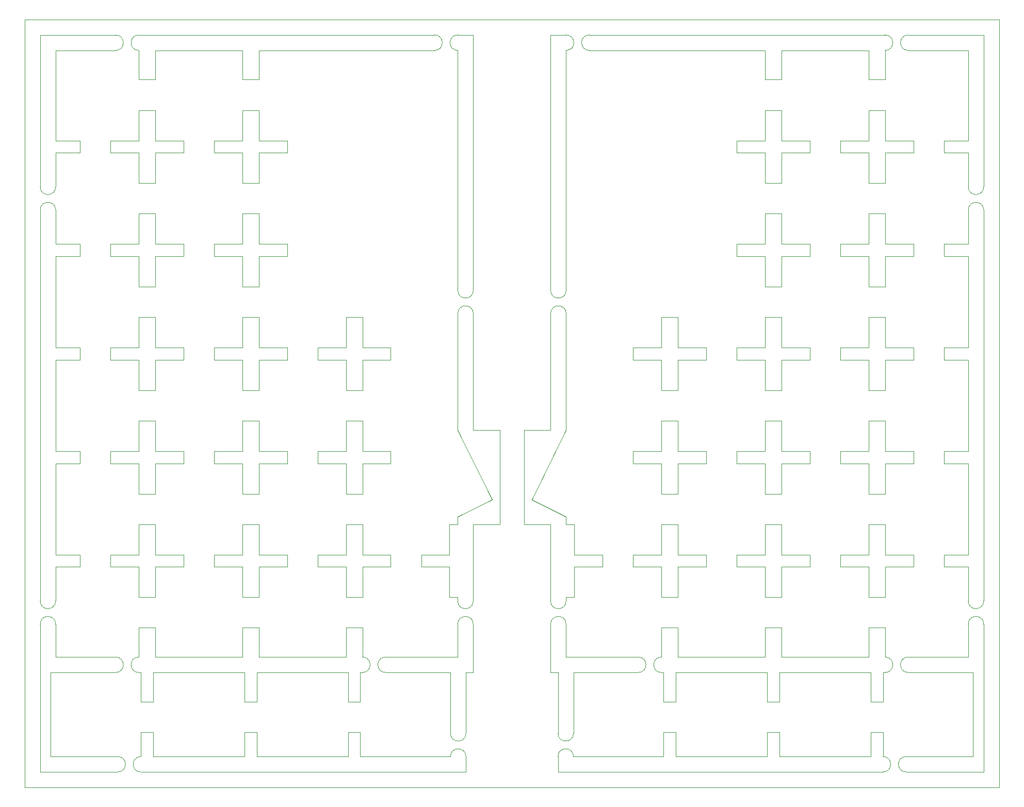
<source format=gbr>
%TF.GenerationSoftware,KiCad,Pcbnew,7.0.11+dfsg-1build4*%
%TF.CreationDate,2024-10-06T17:58:57+09:00*%
%TF.ProjectId,NotEnoughCompromises,4e6f7445-6e6f-4756-9768-436f6d70726f,rev?*%
%TF.SameCoordinates,Original*%
%TF.FileFunction,Profile,NP*%
%FSLAX46Y46*%
G04 Gerber Fmt 4.6, Leading zero omitted, Abs format (unit mm)*
G04 Created by KiCad (PCBNEW 7.0.11+dfsg-1build4) date 2024-10-06 17:58:57*
%MOMM*%
%LPD*%
G01*
G04 APERTURE LIST*
%TA.AperFunction,Profile*%
%ADD10C,0.100000*%
%TD*%
G04 APERTURE END LIST*
D10*
X227290000Y-28950000D02*
X67350000Y-28950000D01*
X72430000Y-128235000D02*
G75*
G03*
X69890000Y-128235000I-1270000J0D01*
G01*
X93430000Y-84830000D02*
X93430000Y-82830000D01*
X72430000Y-60235000D02*
X72430000Y-65830000D01*
X171860000Y-84830000D02*
X171860000Y-89830000D01*
X93430000Y-82830000D02*
X88780000Y-82830000D01*
X191560000Y-72830000D02*
X191560000Y-67830000D01*
X188860000Y-106830000D02*
X191560000Y-106830000D01*
X86080000Y-111830000D02*
X86080000Y-116830000D01*
X105780000Y-111830000D02*
X103080000Y-111830000D01*
X174560000Y-116830000D02*
X174560000Y-111830000D01*
X208560000Y-60830000D02*
X205860000Y-60830000D01*
X205860000Y-94830000D02*
X205860000Y-99830000D01*
X81430000Y-84830000D02*
X86080000Y-84830000D01*
X103080000Y-123830000D02*
X105780000Y-123830000D01*
X98430000Y-48830000D02*
X98430000Y-50830000D01*
X174560000Y-84830000D02*
X179210000Y-84830000D01*
X218210000Y-48830000D02*
X222210000Y-48830000D01*
X82620000Y-149970000D02*
X71630000Y-149970000D01*
X103080000Y-60830000D02*
X103080000Y-65830000D01*
X122780000Y-84830000D02*
X127430000Y-84830000D01*
X110430000Y-67830000D02*
X110430000Y-65830000D01*
X122430000Y-140970000D02*
X122430000Y-136170000D01*
X208560000Y-84830000D02*
X213210000Y-84830000D01*
X86080000Y-72830000D02*
X88780000Y-72830000D01*
X115430000Y-82830000D02*
X115430000Y-84830000D01*
X174560000Y-101830000D02*
X179210000Y-101830000D01*
X149291000Y-96377000D02*
X153670000Y-96377000D01*
X171860000Y-111830000D02*
X171860000Y-116830000D01*
X212370000Y-31490000D02*
G75*
G03*
X212370000Y-34030000I0J-1270000D01*
G01*
X179210000Y-84830000D02*
X179210000Y-82830000D01*
X208560000Y-94830000D02*
X205860000Y-94830000D01*
X154870000Y-149970000D02*
X154870000Y-152510000D01*
X86080000Y-38830000D02*
X88780000Y-38830000D01*
X126590000Y-136170000D02*
X137230000Y-136170000D01*
X223010000Y-149970000D02*
X212020000Y-149970000D01*
X86080000Y-101830000D02*
X86080000Y-106830000D01*
X223010000Y-136170000D02*
X223010000Y-149970000D01*
X222210000Y-56425000D02*
X222210000Y-50830000D01*
X205860000Y-34030000D02*
X191560000Y-34030000D01*
X196210000Y-48830000D02*
X191560000Y-48830000D01*
X76430000Y-84830000D02*
X72430000Y-84830000D01*
X86430000Y-152510000D02*
X139770000Y-152510000D01*
X69890000Y-124425000D02*
G75*
G03*
X72430000Y-124425000I1270000J0D01*
G01*
X81430000Y-50830000D02*
X86080000Y-50830000D01*
X72430000Y-124425000D02*
X72430000Y-118830000D01*
X153670000Y-124425000D02*
X153670000Y-111830000D01*
X86080000Y-89830000D02*
X88780000Y-89830000D01*
X174560000Y-99830000D02*
X174560000Y-94830000D01*
X72430000Y-82830000D02*
X76430000Y-82830000D01*
X105430000Y-149970000D02*
X105430000Y-145970000D01*
X188860000Y-118830000D02*
X188860000Y-123830000D01*
X205860000Y-67830000D02*
X205860000Y-72830000D01*
X222210000Y-67830000D02*
X218210000Y-67830000D01*
X86080000Y-118830000D02*
X86080000Y-123830000D01*
X171860000Y-101830000D02*
X171860000Y-106830000D01*
X191560000Y-99830000D02*
X191560000Y-94830000D01*
X76430000Y-65830000D02*
X76430000Y-67830000D01*
X86430000Y-149970000D02*
G75*
G03*
X86430000Y-152510000I0J-1270000D01*
G01*
X208560000Y-34030000D02*
X208560000Y-38830000D01*
X120080000Y-77830000D02*
X120080000Y-82830000D01*
X157410000Y-146160000D02*
X157410000Y-136170000D01*
X137230000Y-149970000D02*
X122430000Y-149970000D01*
X105780000Y-67830000D02*
X110430000Y-67830000D01*
X81430000Y-118830000D02*
X86080000Y-118830000D01*
X205860000Y-123830000D02*
X208560000Y-123830000D01*
X103080000Y-67830000D02*
X103080000Y-72830000D01*
X138430000Y-133630000D02*
X126590000Y-133630000D01*
X88780000Y-116830000D02*
X88780000Y-111830000D01*
X184210000Y-50830000D02*
X188860000Y-50830000D01*
X208560000Y-55830000D02*
X208560000Y-50830000D01*
X105780000Y-60830000D02*
X103080000Y-60830000D01*
X167210000Y-84830000D02*
X171860000Y-84830000D01*
X93430000Y-99830000D02*
X88780000Y-99830000D01*
X201210000Y-101830000D02*
X205860000Y-101830000D01*
X110430000Y-84830000D02*
X110430000Y-82830000D01*
X71630000Y-136170000D02*
X82270000Y-136170000D01*
X208210000Y-152510000D02*
G75*
G03*
X208210000Y-149970000I0J1270000D01*
G01*
X105780000Y-77830000D02*
X103080000Y-77830000D01*
X140970000Y-31490000D02*
X140970000Y-73425000D01*
X206210000Y-140970000D02*
X208210000Y-140970000D01*
X149291000Y-111830000D02*
X149291000Y-96377000D01*
X127430000Y-116830000D02*
X122780000Y-116830000D01*
X103080000Y-55830000D02*
X105780000Y-55830000D01*
X110430000Y-101830000D02*
X110430000Y-99830000D01*
X206210000Y-136170000D02*
X206210000Y-140970000D01*
X82620000Y-152510000D02*
G75*
G03*
X82620000Y-149970000I0J1270000D01*
G01*
X184210000Y-118830000D02*
X188860000Y-118830000D01*
X138430000Y-110610000D02*
X144079000Y-107821000D01*
X153670000Y-124425000D02*
G75*
G03*
X156210000Y-124425000I1270000J0D01*
G01*
X205860000Y-55830000D02*
X208560000Y-55830000D01*
X218210000Y-84830000D02*
X218210000Y-82830000D01*
X88780000Y-50830000D02*
X93430000Y-50830000D01*
X105780000Y-82830000D02*
X105780000Y-77830000D01*
X98430000Y-116830000D02*
X98430000Y-118830000D01*
X86080000Y-43830000D02*
X86080000Y-48830000D01*
X82270000Y-34030000D02*
G75*
G03*
X82270000Y-31490000I0J1270000D01*
G01*
X174210000Y-145970000D02*
X172210000Y-145970000D01*
X174560000Y-106830000D02*
X174560000Y-101830000D01*
X105780000Y-55830000D02*
X105780000Y-50830000D01*
X208560000Y-72830000D02*
X208560000Y-67830000D01*
X76430000Y-99830000D02*
X76430000Y-101830000D01*
X88430000Y-145970000D02*
X86430000Y-145970000D01*
X208560000Y-38830000D02*
X205860000Y-38830000D01*
X86080000Y-67830000D02*
X86080000Y-72830000D01*
X205860000Y-38830000D02*
X205860000Y-34030000D01*
X191560000Y-133630000D02*
X205860000Y-133630000D01*
X105780000Y-106830000D02*
X105780000Y-101830000D01*
X122780000Y-118830000D02*
X127430000Y-118830000D01*
X213210000Y-99830000D02*
X208560000Y-99830000D01*
X145349000Y-111830000D02*
X145349000Y-96377000D01*
X103080000Y-38830000D02*
X105780000Y-38830000D01*
X67350000Y-155050000D02*
X227290000Y-155050000D01*
X86080000Y-128830000D02*
X88780000Y-128830000D01*
X205860000Y-106830000D02*
X208560000Y-106830000D01*
X188860000Y-94830000D02*
X188860000Y-99830000D01*
X86080000Y-82830000D02*
X81430000Y-82830000D01*
X103080000Y-128830000D02*
X105780000Y-128830000D01*
X191560000Y-50830000D02*
X196210000Y-50830000D01*
X86430000Y-140970000D02*
X88430000Y-140970000D01*
X191560000Y-82830000D02*
X191560000Y-77830000D01*
X157410000Y-136170000D02*
X168050000Y-136170000D01*
X218210000Y-118830000D02*
X218210000Y-116830000D01*
X88780000Y-72830000D02*
X88780000Y-67830000D01*
X88780000Y-43830000D02*
X86080000Y-43830000D01*
X167210000Y-82830000D02*
X167210000Y-84830000D01*
X208560000Y-89830000D02*
X208560000Y-84830000D01*
X115430000Y-118830000D02*
X120080000Y-118830000D01*
X110430000Y-99830000D02*
X105780000Y-99830000D01*
X205860000Y-50830000D02*
X205860000Y-55830000D01*
X188860000Y-50830000D02*
X188860000Y-55830000D01*
X88780000Y-67830000D02*
X93430000Y-67830000D01*
X103080000Y-50830000D02*
X103080000Y-55830000D01*
X205860000Y-101830000D02*
X205860000Y-106830000D01*
X174210000Y-140970000D02*
X174210000Y-136170000D01*
X188860000Y-38830000D02*
X188860000Y-34030000D01*
X76430000Y-48830000D02*
X76430000Y-50830000D01*
X115430000Y-101830000D02*
X120080000Y-101830000D01*
X201210000Y-99830000D02*
X201210000Y-101830000D01*
X86430000Y-136170000D02*
X86430000Y-140970000D01*
X212370000Y-133630000D02*
G75*
G03*
X212370000Y-136170000I0J-1270000D01*
G01*
X191560000Y-43830000D02*
X188860000Y-43830000D01*
X72430000Y-56425000D02*
X72430000Y-50830000D01*
X189210000Y-149970000D02*
X174210000Y-149970000D01*
X191560000Y-84830000D02*
X196210000Y-84830000D01*
X88780000Y-123830000D02*
X88780000Y-118830000D01*
X201210000Y-48830000D02*
X201210000Y-50830000D01*
X81430000Y-99830000D02*
X81430000Y-101830000D01*
X208560000Y-136170000D02*
X208210000Y-136170000D01*
X188860000Y-123830000D02*
X191560000Y-123830000D01*
X122780000Y-94830000D02*
X120080000Y-94830000D01*
X122780000Y-89830000D02*
X122780000Y-84830000D01*
X157560000Y-123830000D02*
X156210000Y-123830000D01*
X154870000Y-152510000D02*
X208210000Y-152510000D01*
X82270000Y-133630000D02*
X72430000Y-133630000D01*
X201210000Y-67830000D02*
X205860000Y-67830000D01*
X110430000Y-82830000D02*
X105780000Y-82830000D01*
X88780000Y-99830000D02*
X88780000Y-94830000D01*
X110430000Y-118830000D02*
X110430000Y-116830000D01*
X222210000Y-101830000D02*
X218210000Y-101830000D01*
X208560000Y-99830000D02*
X208560000Y-94830000D01*
X69890000Y-31490000D02*
X69890000Y-56425000D01*
X172210000Y-136170000D02*
X172210000Y-140970000D01*
X213210000Y-116830000D02*
X208560000Y-116830000D01*
X140970000Y-124425000D02*
X140970000Y-111830000D01*
X160020000Y-31490000D02*
G75*
G03*
X160020000Y-34030000I0J-1270000D01*
G01*
X138430000Y-124425000D02*
G75*
G03*
X140970000Y-124425000I1270000J0D01*
G01*
X120080000Y-118830000D02*
X120080000Y-123830000D01*
X184210000Y-101830000D02*
X188860000Y-101830000D01*
X139770000Y-149970000D02*
G75*
G03*
X137230000Y-149970000I-1270000J0D01*
G01*
X110430000Y-50830000D02*
X110430000Y-48830000D01*
X188860000Y-67830000D02*
X188860000Y-72830000D01*
X188860000Y-111830000D02*
X188860000Y-116830000D01*
X212370000Y-136170000D02*
X223010000Y-136170000D01*
X156210000Y-133630000D02*
X168050000Y-133630000D01*
X179210000Y-82830000D02*
X174560000Y-82830000D01*
X86080000Y-94830000D02*
X86080000Y-99830000D01*
X88780000Y-128830000D02*
X88780000Y-133630000D01*
X172210000Y-145970000D02*
X172210000Y-149970000D01*
X72430000Y-48830000D02*
X72430000Y-34030000D01*
X205860000Y-84830000D02*
X205860000Y-89830000D01*
X105780000Y-84830000D02*
X110430000Y-84830000D01*
X171860000Y-77830000D02*
X171860000Y-82830000D01*
X184210000Y-82830000D02*
X184210000Y-84830000D01*
X105430000Y-140970000D02*
X105430000Y-136170000D01*
X67350000Y-28950000D02*
X67350000Y-155050000D01*
X86080000Y-48830000D02*
X81430000Y-48830000D01*
X153670000Y-96377000D02*
X153670000Y-77235000D01*
X138430000Y-128235000D02*
X138430000Y-133630000D01*
X88780000Y-38830000D02*
X88780000Y-34030000D01*
X174210000Y-136170000D02*
X189210000Y-136170000D01*
X156210000Y-34030000D02*
X156210000Y-73425000D01*
X72430000Y-48830000D02*
X76430000Y-48830000D01*
X205860000Y-133630000D02*
X205860000Y-128830000D01*
X120080000Y-99830000D02*
X115430000Y-99830000D01*
X189210000Y-140970000D02*
X191210000Y-140970000D01*
X179210000Y-101830000D02*
X179210000Y-99830000D01*
X86080000Y-34030000D02*
X86080000Y-38830000D01*
X120430000Y-140970000D02*
X122430000Y-140970000D01*
X145349000Y-96377000D02*
X140970000Y-96377000D01*
X88780000Y-106830000D02*
X88780000Y-101830000D01*
X174560000Y-111830000D02*
X171860000Y-111830000D01*
X171860000Y-116830000D02*
X167210000Y-116830000D01*
X137080000Y-118830000D02*
X137080000Y-123830000D01*
X103080000Y-106830000D02*
X105780000Y-106830000D01*
X122430000Y-145970000D02*
X120430000Y-145970000D01*
X86080000Y-136170000D02*
X86430000Y-136170000D01*
X103080000Y-77830000D02*
X103080000Y-82830000D01*
X98430000Y-65830000D02*
X98430000Y-67830000D01*
X213210000Y-65830000D02*
X208560000Y-65830000D01*
X154870000Y-146160000D02*
G75*
G03*
X157410000Y-146160000I1270000J0D01*
G01*
X191210000Y-136170000D02*
X206210000Y-136170000D01*
X208560000Y-106830000D02*
X208560000Y-101830000D01*
X103080000Y-72830000D02*
X105780000Y-72830000D01*
X72430000Y-116830000D02*
X72430000Y-101830000D01*
X208560000Y-50830000D02*
X213210000Y-50830000D01*
X139770000Y-152510000D02*
X139770000Y-149970000D01*
X174560000Y-118830000D02*
X179210000Y-118830000D01*
X86080000Y-84830000D02*
X86080000Y-89830000D01*
X224750000Y-128235000D02*
X224750000Y-152510000D01*
X86080000Y-123830000D02*
X88780000Y-123830000D01*
X72430000Y-60235000D02*
G75*
G03*
X69890000Y-60235000I-1270000J0D01*
G01*
X168050000Y-136170000D02*
G75*
G03*
X168050000Y-133630000I0J1270000D01*
G01*
X184210000Y-48830000D02*
X184210000Y-50830000D01*
X191210000Y-140970000D02*
X191210000Y-136170000D01*
X188860000Y-99830000D02*
X184210000Y-99830000D01*
X179210000Y-99830000D02*
X174560000Y-99830000D01*
X88780000Y-101830000D02*
X93430000Y-101830000D01*
X171860000Y-106830000D02*
X174560000Y-106830000D01*
X88780000Y-65830000D02*
X88780000Y-60830000D01*
X171860000Y-89830000D02*
X174560000Y-89830000D01*
X72430000Y-34030000D02*
X82270000Y-34030000D01*
X191560000Y-101830000D02*
X196210000Y-101830000D01*
X222210000Y-116830000D02*
X222210000Y-101830000D01*
X115430000Y-99830000D02*
X115430000Y-101830000D01*
X196210000Y-65830000D02*
X191560000Y-65830000D01*
X86080000Y-133630000D02*
G75*
G03*
X86080000Y-136170000I0J-1270000D01*
G01*
X93430000Y-65830000D02*
X88780000Y-65830000D01*
X120080000Y-111830000D02*
X120080000Y-116830000D01*
X81430000Y-101830000D02*
X86080000Y-101830000D01*
X93430000Y-116830000D02*
X88780000Y-116830000D01*
X98430000Y-82830000D02*
X98430000Y-84830000D01*
X184210000Y-65830000D02*
X184210000Y-67830000D01*
X167210000Y-118830000D02*
X171860000Y-118830000D01*
X88780000Y-111830000D02*
X86080000Y-111830000D01*
X162210000Y-116830000D02*
X162210000Y-118830000D01*
X98430000Y-99830000D02*
X98430000Y-101830000D01*
X138430000Y-31490000D02*
G75*
G03*
X138430000Y-34030000I0J-1270000D01*
G01*
X205860000Y-48830000D02*
X201210000Y-48830000D01*
X171860000Y-118830000D02*
X171860000Y-123830000D01*
X213210000Y-48830000D02*
X208560000Y-48830000D01*
X224750000Y-60235000D02*
X224750000Y-124425000D01*
X191560000Y-89830000D02*
X191560000Y-84830000D01*
X208560000Y-67830000D02*
X213210000Y-67830000D01*
X188860000Y-82830000D02*
X184210000Y-82830000D01*
X213210000Y-84830000D02*
X213210000Y-82830000D01*
X103080000Y-89830000D02*
X105780000Y-89830000D01*
X88780000Y-94830000D02*
X86080000Y-94830000D01*
X86080000Y-60830000D02*
X86080000Y-65830000D01*
X134620000Y-34030000D02*
G75*
G03*
X134620000Y-31490000I0J1270000D01*
G01*
X86430000Y-145970000D02*
X86430000Y-149970000D01*
X188860000Y-77830000D02*
X188860000Y-82830000D01*
X140970000Y-111830000D02*
X145349000Y-111830000D01*
X138430000Y-110610000D02*
X138430000Y-111830000D01*
X160020000Y-31490000D02*
X208560000Y-31490000D01*
X179210000Y-118830000D02*
X179210000Y-116830000D01*
X208210000Y-145970000D02*
X206210000Y-145970000D01*
X188860000Y-89830000D02*
X191560000Y-89830000D01*
X227290000Y-155050000D02*
X227290000Y-28950000D01*
X105780000Y-48830000D02*
X105780000Y-43830000D01*
X184210000Y-84830000D02*
X188860000Y-84830000D01*
X205860000Y-99830000D02*
X201210000Y-99830000D01*
X88780000Y-118830000D02*
X93430000Y-118830000D01*
X201210000Y-50830000D02*
X205860000Y-50830000D01*
X184210000Y-99830000D02*
X184210000Y-101830000D01*
X201210000Y-118830000D02*
X205860000Y-118830000D01*
X201210000Y-116830000D02*
X201210000Y-118830000D01*
X93430000Y-118830000D02*
X93430000Y-116830000D01*
X103080000Y-82830000D02*
X98430000Y-82830000D01*
X201210000Y-82830000D02*
X201210000Y-84830000D01*
X153670000Y-73425000D02*
G75*
G03*
X156210000Y-73425000I1270000J0D01*
G01*
X140970000Y-96377000D02*
X140970000Y-77235000D01*
X222210000Y-128235000D02*
X222210000Y-133630000D01*
X120080000Y-82830000D02*
X115430000Y-82830000D01*
X103430000Y-145970000D02*
X103430000Y-149970000D01*
X72430000Y-82830000D02*
X72430000Y-67830000D01*
X137080000Y-111830000D02*
X137080000Y-116830000D01*
X208560000Y-43830000D02*
X205860000Y-43830000D01*
X157560000Y-111830000D02*
X157560000Y-116830000D01*
X69890000Y-56425000D02*
G75*
G03*
X72430000Y-56425000I1270000J0D01*
G01*
X122430000Y-149970000D02*
X122430000Y-145970000D01*
X93430000Y-50830000D02*
X93430000Y-48830000D01*
X213210000Y-101830000D02*
X213210000Y-99830000D01*
X110430000Y-116830000D02*
X105780000Y-116830000D01*
X138430000Y-73425000D02*
G75*
G03*
X140970000Y-73425000I1270000J0D01*
G01*
X103080000Y-48830000D02*
X98430000Y-48830000D01*
X208560000Y-65830000D02*
X208560000Y-60830000D01*
X208560000Y-82830000D02*
X208560000Y-77830000D01*
X191560000Y-60830000D02*
X188860000Y-60830000D01*
X174560000Y-94830000D02*
X171860000Y-94830000D01*
X206210000Y-149970000D02*
X191210000Y-149970000D01*
X137230000Y-146160000D02*
G75*
G03*
X139770000Y-146160000I1270000J0D01*
G01*
X205860000Y-82830000D02*
X201210000Y-82830000D01*
X222210000Y-82830000D02*
X222210000Y-67830000D01*
X88780000Y-82830000D02*
X88780000Y-77830000D01*
X103080000Y-34030000D02*
X103080000Y-38830000D01*
X86080000Y-31490000D02*
X134620000Y-31490000D01*
X105780000Y-94830000D02*
X103080000Y-94830000D01*
X138430000Y-111830000D02*
X137080000Y-111830000D01*
X103430000Y-140970000D02*
X105430000Y-140970000D01*
X120080000Y-84830000D02*
X120080000Y-89830000D01*
X205860000Y-116830000D02*
X201210000Y-116830000D01*
X208560000Y-77830000D02*
X205860000Y-77830000D01*
X222210000Y-56425000D02*
G75*
G03*
X224750000Y-56425000I1270000J0D01*
G01*
X105780000Y-38830000D02*
X105780000Y-34030000D01*
X189210000Y-136170000D02*
X189210000Y-140970000D01*
X201210000Y-65830000D02*
X201210000Y-67830000D01*
X205860000Y-128830000D02*
X208560000Y-128830000D01*
X191560000Y-34030000D02*
X191560000Y-38830000D01*
X86080000Y-116830000D02*
X81430000Y-116830000D01*
X218210000Y-67830000D02*
X218210000Y-65830000D01*
X191210000Y-145970000D02*
X189210000Y-145970000D01*
X138430000Y-34030000D02*
X138430000Y-73425000D01*
X88780000Y-84830000D02*
X93430000Y-84830000D01*
X86080000Y-99830000D02*
X81430000Y-99830000D01*
X191560000Y-123830000D02*
X191560000Y-118830000D01*
X208560000Y-34030000D02*
G75*
G03*
X208560000Y-31490000I0J1270000D01*
G01*
X218210000Y-116830000D02*
X222210000Y-116830000D01*
X189210000Y-145970000D02*
X189210000Y-149970000D01*
X122780000Y-77830000D02*
X120080000Y-77830000D01*
X206210000Y-145970000D02*
X206210000Y-149970000D01*
X188860000Y-34030000D02*
X160020000Y-34030000D01*
X137080000Y-116830000D02*
X132430000Y-116830000D01*
X156210000Y-128235000D02*
G75*
G03*
X153670000Y-128235000I-1270000J0D01*
G01*
X120080000Y-94830000D02*
X120080000Y-99830000D01*
X188860000Y-101830000D02*
X188860000Y-106830000D01*
X218210000Y-65830000D02*
X222210000Y-65830000D01*
X98430000Y-101830000D02*
X103080000Y-101830000D01*
X88430000Y-136170000D02*
X103430000Y-136170000D01*
X191560000Y-55830000D02*
X191560000Y-50830000D01*
X208210000Y-140970000D02*
X208210000Y-136170000D01*
X127430000Y-99830000D02*
X122780000Y-99830000D01*
X103080000Y-43830000D02*
X103080000Y-48830000D01*
X105780000Y-43830000D02*
X103080000Y-43830000D01*
X88780000Y-55830000D02*
X88780000Y-50830000D01*
X86080000Y-31490000D02*
G75*
G03*
X86080000Y-34030000I0J-1270000D01*
G01*
X105780000Y-99830000D02*
X105780000Y-94830000D01*
X93430000Y-67830000D02*
X93430000Y-65830000D01*
X171860000Y-128830000D02*
X174560000Y-128830000D01*
X156210000Y-77235000D02*
X156210000Y-96377000D01*
X76430000Y-50830000D02*
X72430000Y-50830000D01*
X153670000Y-111830000D02*
X149291000Y-111830000D01*
X76430000Y-116830000D02*
X76430000Y-118830000D01*
X171860000Y-136170000D02*
X172210000Y-136170000D01*
X171860000Y-133630000D02*
G75*
G03*
X171860000Y-136170000I0J-1270000D01*
G01*
X156210000Y-111830000D02*
X157560000Y-111830000D01*
X191560000Y-77830000D02*
X188860000Y-77830000D01*
X120430000Y-145970000D02*
X120430000Y-149970000D01*
X174210000Y-149970000D02*
X174210000Y-145970000D01*
X88430000Y-140970000D02*
X88430000Y-136170000D01*
X212370000Y-31490000D02*
X224750000Y-31490000D01*
X222210000Y-99830000D02*
X222210000Y-84830000D01*
X174560000Y-77830000D02*
X171860000Y-77830000D01*
X137080000Y-123830000D02*
X138430000Y-123830000D01*
X208560000Y-116830000D02*
X208560000Y-111830000D01*
X103080000Y-133630000D02*
X88780000Y-133630000D01*
X188860000Y-133630000D02*
X188860000Y-128830000D01*
X120080000Y-133630000D02*
X120080000Y-128830000D01*
X205860000Y-43830000D02*
X205860000Y-48830000D01*
X122780000Y-116830000D02*
X122780000Y-111830000D01*
X105430000Y-145970000D02*
X103430000Y-145970000D01*
X188860000Y-43830000D02*
X188860000Y-48830000D01*
X167210000Y-101830000D02*
X171860000Y-101830000D01*
X122780000Y-128830000D02*
X122780000Y-133630000D01*
X120080000Y-133630000D02*
X105780000Y-133630000D01*
X196210000Y-101830000D02*
X196210000Y-99830000D01*
X71630000Y-149970000D02*
X71630000Y-136170000D01*
X188860000Y-55830000D02*
X191560000Y-55830000D01*
X69890000Y-60235000D02*
X69890000Y-124425000D01*
X171860000Y-123830000D02*
X174560000Y-123830000D01*
X172210000Y-149970000D02*
X157410000Y-149970000D01*
X86080000Y-50830000D02*
X86080000Y-55830000D01*
X191560000Y-128830000D02*
X191560000Y-133630000D01*
X86080000Y-55830000D02*
X88780000Y-55830000D01*
X191560000Y-94830000D02*
X188860000Y-94830000D01*
X208560000Y-123830000D02*
X208560000Y-118830000D01*
X122780000Y-123830000D02*
X122780000Y-118830000D01*
X208560000Y-118830000D02*
X213210000Y-118830000D01*
X88780000Y-48830000D02*
X88780000Y-43830000D01*
X144079000Y-107821000D02*
X138430000Y-96377000D01*
X105780000Y-50830000D02*
X110430000Y-50830000D01*
X105780000Y-72830000D02*
X105780000Y-67830000D01*
X120080000Y-101830000D02*
X120080000Y-106830000D01*
X156210000Y-31490000D02*
X153670000Y-31490000D01*
X76430000Y-82830000D02*
X76430000Y-84830000D01*
X157560000Y-116830000D02*
X162210000Y-116830000D01*
X122780000Y-136170000D02*
G75*
G03*
X122780000Y-133630000I0J1270000D01*
G01*
X205860000Y-65830000D02*
X201210000Y-65830000D01*
X88430000Y-149970000D02*
X88430000Y-145970000D01*
X205860000Y-111830000D02*
X205860000Y-116830000D01*
X86080000Y-133630000D02*
X86080000Y-128830000D01*
X81430000Y-48830000D02*
X81430000Y-50830000D01*
X127430000Y-84830000D02*
X127430000Y-82830000D01*
X154870000Y-136170000D02*
X153670000Y-136170000D01*
X103080000Y-99830000D02*
X98430000Y-99830000D01*
X127430000Y-101830000D02*
X127430000Y-99830000D01*
X156210000Y-34030000D02*
G75*
G03*
X156210000Y-31490000I0J1270000D01*
G01*
X208210000Y-149970000D02*
X208210000Y-145970000D01*
X103080000Y-111830000D02*
X103080000Y-116830000D01*
X110430000Y-48830000D02*
X105780000Y-48830000D01*
X137230000Y-136170000D02*
X137230000Y-146160000D01*
X76430000Y-67830000D02*
X72430000Y-67830000D01*
X81430000Y-67830000D02*
X86080000Y-67830000D01*
X205860000Y-60830000D02*
X205860000Y-65830000D01*
X138430000Y-123830000D02*
X138430000Y-124425000D01*
X103080000Y-118830000D02*
X103080000Y-123830000D01*
X120080000Y-89830000D02*
X122780000Y-89830000D01*
X105780000Y-34030000D02*
X134620000Y-34030000D01*
X115430000Y-116830000D02*
X115430000Y-118830000D01*
X171860000Y-94830000D02*
X171860000Y-99830000D01*
X167210000Y-99830000D02*
X167210000Y-101830000D01*
X86080000Y-65830000D02*
X81430000Y-65830000D01*
X174560000Y-89830000D02*
X174560000Y-84830000D01*
X120080000Y-106830000D02*
X122780000Y-106830000D01*
X213210000Y-67830000D02*
X213210000Y-65830000D01*
X120080000Y-128830000D02*
X122780000Y-128830000D01*
X122780000Y-82830000D02*
X122780000Y-77830000D01*
X103080000Y-133630000D02*
X103080000Y-128830000D01*
X212370000Y-133630000D02*
X222210000Y-133630000D01*
X122780000Y-106830000D02*
X122780000Y-101830000D01*
X188860000Y-65830000D02*
X184210000Y-65830000D01*
X188860000Y-48830000D02*
X184210000Y-48830000D01*
X196210000Y-118830000D02*
X196210000Y-116830000D01*
X105780000Y-118830000D02*
X110430000Y-118830000D01*
X174560000Y-82830000D02*
X174560000Y-77830000D01*
X115430000Y-84830000D02*
X120080000Y-84830000D01*
X81430000Y-82830000D02*
X81430000Y-84830000D01*
X205860000Y-72830000D02*
X208560000Y-72830000D01*
X208560000Y-111830000D02*
X205860000Y-111830000D01*
X191560000Y-65830000D02*
X191560000Y-60830000D01*
X174560000Y-123830000D02*
X174560000Y-118830000D01*
X167210000Y-116830000D02*
X167210000Y-118830000D01*
X72430000Y-116830000D02*
X76430000Y-116830000D01*
X191560000Y-106830000D02*
X191560000Y-101830000D01*
X88780000Y-77830000D02*
X86080000Y-77830000D01*
X103080000Y-116830000D02*
X98430000Y-116830000D01*
X218210000Y-101830000D02*
X218210000Y-99830000D01*
X93430000Y-101830000D02*
X93430000Y-99830000D01*
X154870000Y-146160000D02*
X154870000Y-136170000D01*
X105780000Y-128830000D02*
X105780000Y-133630000D01*
X191560000Y-48830000D02*
X191560000Y-43830000D01*
X76430000Y-101830000D02*
X72430000Y-101830000D01*
X153670000Y-31490000D02*
X153670000Y-73425000D01*
X224750000Y-128235000D02*
G75*
G03*
X222210000Y-128235000I-1270000J0D01*
G01*
X208560000Y-48830000D02*
X208560000Y-43830000D01*
X120080000Y-123830000D02*
X122780000Y-123830000D01*
X188860000Y-60830000D02*
X188860000Y-65830000D01*
X120430000Y-136170000D02*
X120430000Y-140970000D01*
X76430000Y-118830000D02*
X72430000Y-118830000D01*
X196210000Y-99830000D02*
X191560000Y-99830000D01*
X82270000Y-31490000D02*
X69890000Y-31490000D01*
X162210000Y-118830000D02*
X157560000Y-118830000D01*
X105780000Y-65830000D02*
X105780000Y-60830000D01*
X174560000Y-133630000D02*
X188860000Y-133630000D01*
X122430000Y-136170000D02*
X122780000Y-136170000D01*
X156210000Y-123830000D02*
X156210000Y-124425000D01*
X105780000Y-123830000D02*
X105780000Y-118830000D01*
X208560000Y-128830000D02*
X208560000Y-133630000D01*
X171860000Y-99830000D02*
X167210000Y-99830000D01*
X132430000Y-116830000D02*
X132430000Y-118830000D01*
X205860000Y-118830000D02*
X205860000Y-123830000D01*
X140970000Y-136170000D02*
X140970000Y-128235000D01*
X191560000Y-67830000D02*
X196210000Y-67830000D01*
X98430000Y-118830000D02*
X103080000Y-118830000D01*
X179210000Y-116830000D02*
X174560000Y-116830000D01*
X218210000Y-82830000D02*
X222210000Y-82830000D01*
X122780000Y-99830000D02*
X122780000Y-94830000D01*
X196210000Y-84830000D02*
X196210000Y-82830000D01*
X208560000Y-101830000D02*
X213210000Y-101830000D01*
X157560000Y-118830000D02*
X157560000Y-123830000D01*
X105780000Y-101830000D02*
X110430000Y-101830000D01*
X156210000Y-110610000D02*
X150561000Y-107821000D01*
X222210000Y-118830000D02*
X218210000Y-118830000D01*
X86080000Y-77830000D02*
X86080000Y-82830000D01*
X208560000Y-136170000D02*
G75*
G03*
X208560000Y-133630000I0J1270000D01*
G01*
X191560000Y-116830000D02*
X191560000Y-111830000D01*
X156210000Y-111830000D02*
X156210000Y-110610000D01*
X201210000Y-84830000D02*
X205860000Y-84830000D01*
X222210000Y-124425000D02*
X222210000Y-118830000D01*
X213210000Y-82830000D02*
X208560000Y-82830000D01*
X205860000Y-89830000D02*
X208560000Y-89830000D01*
X212020000Y-149970000D02*
G75*
G03*
X212020000Y-152510000I0J-1270000D01*
G01*
X196210000Y-116830000D02*
X191560000Y-116830000D01*
X103430000Y-136170000D02*
X103430000Y-140970000D01*
X184210000Y-67830000D02*
X188860000Y-67830000D01*
X191560000Y-111830000D02*
X188860000Y-111830000D01*
X88780000Y-60830000D02*
X86080000Y-60830000D01*
X188860000Y-84830000D02*
X188860000Y-89830000D01*
X174560000Y-128830000D02*
X174560000Y-133630000D01*
X224750000Y-152510000D02*
X212020000Y-152510000D01*
X69890000Y-152510000D02*
X82620000Y-152510000D01*
X127430000Y-82830000D02*
X122780000Y-82830000D01*
X105780000Y-89830000D02*
X105780000Y-84830000D01*
X224750000Y-31490000D02*
X224750000Y-56425000D01*
X69890000Y-128235000D02*
X69890000Y-152510000D01*
X196210000Y-50830000D02*
X196210000Y-48830000D01*
X156210000Y-128235000D02*
X156210000Y-133630000D01*
X81430000Y-116830000D02*
X81430000Y-118830000D01*
X86080000Y-106830000D02*
X88780000Y-106830000D01*
X127430000Y-118830000D02*
X127430000Y-116830000D01*
X213210000Y-50830000D02*
X213210000Y-48830000D01*
X122780000Y-101830000D02*
X127430000Y-101830000D01*
X88780000Y-89830000D02*
X88780000Y-84830000D01*
X93430000Y-48830000D02*
X88780000Y-48830000D01*
X218210000Y-50830000D02*
X218210000Y-48830000D01*
X172210000Y-140970000D02*
X174210000Y-140970000D01*
X140970000Y-77235000D02*
G75*
G03*
X138430000Y-77235000I-1270000J0D01*
G01*
X222210000Y-60235000D02*
X222210000Y-65830000D01*
X205860000Y-77830000D02*
X205860000Y-82830000D01*
X103430000Y-149970000D02*
X88430000Y-149970000D01*
X138430000Y-31490000D02*
X140970000Y-31490000D01*
X132430000Y-118830000D02*
X137080000Y-118830000D01*
X139770000Y-136170000D02*
X140970000Y-136170000D01*
X153670000Y-136170000D02*
X153670000Y-128235000D01*
X157410000Y-149970000D02*
G75*
G03*
X154870000Y-149970000I-1270000J0D01*
G01*
X103080000Y-101830000D02*
X103080000Y-106830000D01*
X103080000Y-65830000D02*
X98430000Y-65830000D01*
X218210000Y-99830000D02*
X222210000Y-99830000D01*
X191560000Y-38830000D02*
X188860000Y-38830000D01*
X139770000Y-146160000D02*
X139770000Y-136170000D01*
X196210000Y-82830000D02*
X191560000Y-82830000D01*
X98430000Y-84830000D02*
X103080000Y-84830000D01*
X105780000Y-116830000D02*
X105780000Y-111830000D01*
X222210000Y-48830000D02*
X222210000Y-34030000D01*
X171860000Y-133630000D02*
X171860000Y-128830000D01*
X191210000Y-149970000D02*
X191210000Y-145970000D01*
X188860000Y-128830000D02*
X191560000Y-128830000D01*
X72430000Y-99830000D02*
X72430000Y-84830000D01*
X171860000Y-82830000D02*
X167210000Y-82830000D01*
X213210000Y-118830000D02*
X213210000Y-116830000D01*
X140970000Y-128235000D02*
G75*
G03*
X138430000Y-128235000I-1270000J0D01*
G01*
X191560000Y-118830000D02*
X196210000Y-118830000D01*
X81430000Y-65830000D02*
X81430000Y-67830000D01*
X188860000Y-116830000D02*
X184210000Y-116830000D01*
X222210000Y-50830000D02*
X218210000Y-50830000D01*
X72430000Y-128235000D02*
X72430000Y-133630000D01*
X103080000Y-84830000D02*
X103080000Y-89830000D01*
X110430000Y-65830000D02*
X105780000Y-65830000D01*
X88780000Y-34030000D02*
X103080000Y-34030000D01*
X138430000Y-77235000D02*
X138430000Y-96377000D01*
X126590000Y-133630000D02*
G75*
G03*
X126590000Y-136170000I0J-1270000D01*
G01*
X82270000Y-136170000D02*
G75*
G03*
X82270000Y-133630000I0J1270000D01*
G01*
X98430000Y-50830000D02*
X103080000Y-50830000D01*
X224750000Y-60235000D02*
G75*
G03*
X222210000Y-60235000I-1270000J0D01*
G01*
X120430000Y-149970000D02*
X105430000Y-149970000D01*
X103080000Y-94830000D02*
X103080000Y-99830000D01*
X72430000Y-99830000D02*
X76430000Y-99830000D01*
X156210000Y-77235000D02*
G75*
G03*
X153670000Y-77235000I-1270000J0D01*
G01*
X105430000Y-136170000D02*
X120430000Y-136170000D01*
X72430000Y-65830000D02*
X76430000Y-65830000D01*
X98430000Y-67830000D02*
X103080000Y-67830000D01*
X222210000Y-34030000D02*
X212370000Y-34030000D01*
X122780000Y-111830000D02*
X120080000Y-111830000D01*
X222210000Y-124425000D02*
G75*
G03*
X224750000Y-124425000I1270000J0D01*
G01*
X188860000Y-72830000D02*
X191560000Y-72830000D01*
X222210000Y-84830000D02*
X218210000Y-84830000D01*
X184210000Y-116830000D02*
X184210000Y-118830000D01*
X150561000Y-107821000D02*
X156210000Y-96377000D01*
X196210000Y-67830000D02*
X196210000Y-65830000D01*
X120080000Y-116830000D02*
X115430000Y-116830000D01*
M02*

</source>
